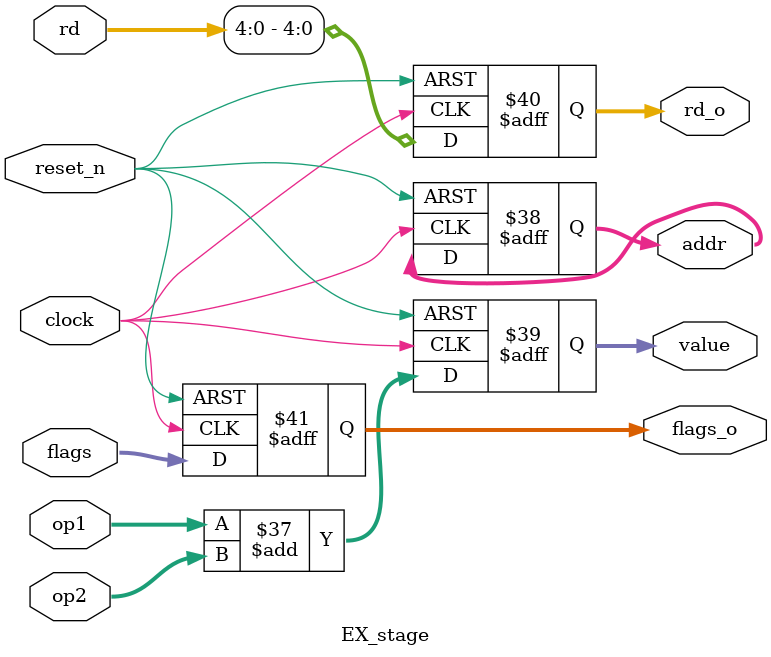
<source format=v>
/**
 * Title      : Generated from com.synflow.risc.EX_stage by Synflow Studio
 * Project    : RISCV
 *
 * File       : EX_stage.vhd
 * Author     : Matthieu
 * Standard   : Verilog-2001
 *
 **
 * Copyright (c) 2013
 **
 *
 */

module EX_stage(input clock, input reset_n, input [31 : 0] op1, input [31 : 0] op2, input [31 : 0] rd, input [8 : 0] flags, output reg [31 : 0] addr, output reg [31 : 0] value, output reg [4 : 0] rd_o, output reg [8 : 0] flags_o);


  /**
   * State variables
   */


  /**
   * Behavior
   */
  // Task EX_stage_0 (line 16)
  task EX_stage_0(input [31 : 0] op1_in, input [31 : 0] op2_in, input [31 : 0] rd_in, input [8 : 0] flags_in);
    reg [31 : 0] local_op1;
    reg [31 : 0] local_op2;
    reg [31 : 0] local_rd;
    reg [8 : 0] local_flags;
    reg [31 : 0] value_out;
    reg [4 : 0] rd_o_out;
    reg [8 : 0] flags_o_out;
  begin
    local_op1 = op1_in;
    local_op2 = op2_in;
    value_out = (local_op1 + local_op2);
    local_rd = rd_in;
    rd_o_out = local_rd;
    local_flags = flags_in;
    flags_o_out = local_flags;
    value <= value_out;
    rd_o <= rd_o_out;
    flags_o <= flags_o_out;
  end
  endtask
  

  /**
   * Synchronous process
   */
  always @(negedge reset_n or posedge clock) begin // body of EX_stage
    if (~reset_n) begin
      addr <= 0;
      value <= 0;
      rd_o <= 0;
      flags_o <= 0;
    end else begin
      //
      if (1) begin
        // Body of EX_stage_0 (line 16)
        EX_stage_0(op1, op2, rd, flags);
      end
    end
  end

endmodule //EX_stage

</source>
